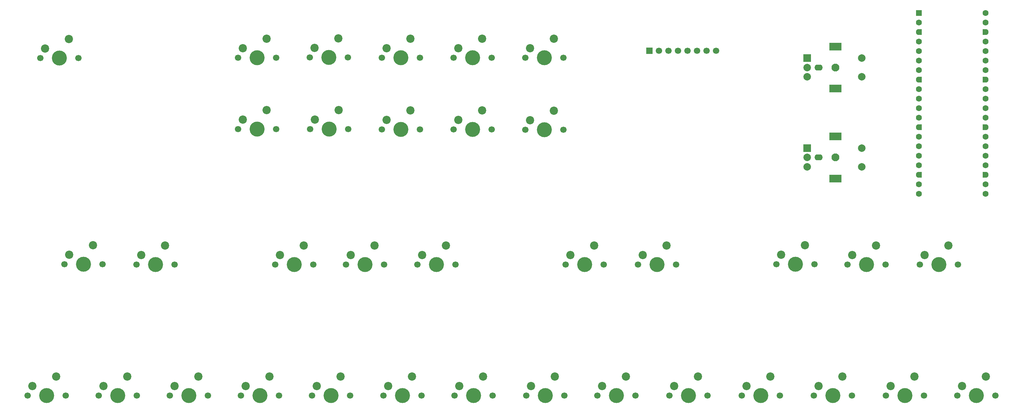
<source format=gbr>
%TF.GenerationSoftware,KiCad,Pcbnew,9.0.6+dfsg-1*%
%TF.CreationDate,2025-12-17T11:12:38+09:00*%
%TF.ProjectId,minimidi,6d696e69-6d69-4646-992e-6b696361645f,rev?*%
%TF.SameCoordinates,Original*%
%TF.FileFunction,Soldermask,Bot*%
%TF.FilePolarity,Negative*%
%FSLAX46Y46*%
G04 Gerber Fmt 4.6, Leading zero omitted, Abs format (unit mm)*
G04 Created by KiCad (PCBNEW 9.0.6+dfsg-1) date 2025-12-17 11:12:38*
%MOMM*%
%LPD*%
G01*
G04 APERTURE LIST*
G04 Aperture macros list*
%AMRoundRect*
0 Rectangle with rounded corners*
0 $1 Rounding radius*
0 $2 $3 $4 $5 $6 $7 $8 $9 X,Y pos of 4 corners*
0 Add a 4 corners polygon primitive as box body*
4,1,4,$2,$3,$4,$5,$6,$7,$8,$9,$2,$3,0*
0 Add four circle primitives for the rounded corners*
1,1,$1+$1,$2,$3*
1,1,$1+$1,$4,$5*
1,1,$1+$1,$6,$7*
1,1,$1+$1,$8,$9*
0 Add four rect primitives between the rounded corners*
20,1,$1+$1,$2,$3,$4,$5,0*
20,1,$1+$1,$4,$5,$6,$7,0*
20,1,$1+$1,$6,$7,$8,$9,0*
20,1,$1+$1,$8,$9,$2,$3,0*%
%AMFreePoly0*
4,1,37,0.603843,0.796157,0.639018,0.796157,0.711114,0.766294,0.766294,0.711114,0.796157,0.639018,0.796157,0.603843,0.800000,0.600000,0.800000,-0.600000,0.796157,-0.603843,0.796157,-0.639018,0.766294,-0.711114,0.711114,-0.766294,0.639018,-0.796157,0.603843,-0.796157,0.600000,-0.800000,0.000000,-0.800000,0.000000,-0.796148,-0.078414,-0.796148,-0.232228,-0.765552,-0.377117,-0.705537,
-0.507515,-0.618408,-0.618408,-0.507515,-0.705537,-0.377117,-0.765552,-0.232228,-0.796148,-0.078414,-0.796148,0.078414,-0.765552,0.232228,-0.705537,0.377117,-0.618408,0.507515,-0.507515,0.618408,-0.377117,0.705537,-0.232228,0.765552,-0.078414,0.796148,0.000000,0.796148,0.000000,0.800000,0.600000,0.800000,0.603843,0.796157,0.603843,0.796157,$1*%
%AMFreePoly1*
4,1,37,0.000000,0.796148,0.078414,0.796148,0.232228,0.765552,0.377117,0.705537,0.507515,0.618408,0.618408,0.507515,0.705537,0.377117,0.765552,0.232228,0.796148,0.078414,0.796148,-0.078414,0.765552,-0.232228,0.705537,-0.377117,0.618408,-0.507515,0.507515,-0.618408,0.377117,-0.705537,0.232228,-0.765552,0.078414,-0.796148,0.000000,-0.796148,0.000000,-0.800000,-0.600000,-0.800000,
-0.603843,-0.796157,-0.639018,-0.796157,-0.711114,-0.766294,-0.766294,-0.711114,-0.796157,-0.639018,-0.796157,-0.603843,-0.800000,-0.600000,-0.800000,0.600000,-0.796157,0.603843,-0.796157,0.639018,-0.766294,0.711114,-0.711114,0.766294,-0.639018,0.796157,-0.603843,0.796157,-0.600000,0.800000,0.000000,0.800000,0.000000,0.796148,0.000000,0.796148,$1*%
G04 Aperture macros list end*
%ADD10C,1.700000*%
%ADD11C,4.000000*%
%ADD12C,2.200000*%
%ADD13O,2.200000X1.600000*%
%ADD14C,2.100000*%
%ADD15R,2.000000X2.000000*%
%ADD16C,2.000000*%
%ADD17R,3.200000X2.000000*%
%ADD18R,1.700000X1.700000*%
%ADD19RoundRect,0.200000X-0.600000X-0.600000X0.600000X-0.600000X0.600000X0.600000X-0.600000X0.600000X0*%
%ADD20C,1.600000*%
%ADD21FreePoly0,0.000000*%
%ADD22FreePoly1,0.000000*%
G04 APERTURE END LIST*
D10*
%TO.C,SW28*%
X75685797Y-44364393D03*
D11*
X80765797Y-44364393D03*
D10*
X85845797Y-44364393D03*
D12*
X83305797Y-39284393D03*
X76955797Y-41824393D03*
%TD*%
D10*
%TO.C,SW33*%
X133120921Y-63521370D03*
D11*
X138200921Y-63521370D03*
D10*
X143280921Y-63521370D03*
D12*
X140740921Y-58441370D03*
X134390921Y-60981370D03*
%TD*%
D10*
%TO.C,SW24*%
X267540000Y-134540000D03*
D11*
X272620000Y-134540000D03*
D10*
X277700000Y-134540000D03*
D12*
X275160000Y-129460000D03*
X268810000Y-132000000D03*
%TD*%
D10*
%TO.C,SW13*%
X152500000Y-134580000D03*
D11*
X157580000Y-134580000D03*
D10*
X162660000Y-134580000D03*
D12*
X160120000Y-129500000D03*
X153770000Y-132040000D03*
%TD*%
D10*
%TO.C,SW32*%
X113980906Y-63517029D03*
D11*
X119060906Y-63517029D03*
D10*
X124140906Y-63517029D03*
D12*
X121600906Y-58437029D03*
X115250906Y-60977029D03*
%TD*%
D10*
%TO.C,SW12*%
X133420000Y-134540000D03*
D11*
X138500000Y-134540000D03*
D10*
X143580000Y-134540000D03*
D12*
X141040000Y-129460000D03*
X134690000Y-132000000D03*
%TD*%
D10*
%TO.C,SW31*%
X113976983Y-44365590D03*
D11*
X119056983Y-44365590D03*
D10*
X124136983Y-44365590D03*
D12*
X121596983Y-39285590D03*
X115246983Y-41825590D03*
%TD*%
D10*
%TO.C,SW19*%
X219230000Y-99500000D03*
D11*
X224310000Y-99500000D03*
D10*
X229390000Y-99500000D03*
D12*
X226850000Y-94420000D03*
X220500000Y-96960000D03*
%TD*%
D13*
%TO.C,SW25*%
X230500000Y-47000000D03*
D14*
X235000000Y-47000000D03*
D15*
X227500000Y-44500000D03*
D16*
X227500000Y-49500000D03*
X227500000Y-47000000D03*
D17*
X235000000Y-41400000D03*
X235000000Y-52600000D03*
D16*
X242000000Y-49500000D03*
X242000000Y-44500000D03*
%TD*%
D10*
%TO.C,SW20*%
X229230000Y-134580000D03*
D11*
X234310000Y-134580000D03*
D10*
X239390000Y-134580000D03*
D12*
X236850000Y-129500000D03*
X230500000Y-132040000D03*
%TD*%
D10*
%TO.C,SW30*%
X94827134Y-44334653D03*
D11*
X99907134Y-44334653D03*
D10*
X104987134Y-44334653D03*
D12*
X102447134Y-39254653D03*
X96097134Y-41794653D03*
%TD*%
D18*
%TO.C,J1*%
X185340000Y-42500000D03*
D10*
X187880000Y-42500000D03*
X190420000Y-42500000D03*
X192960000Y-42500000D03*
X195500000Y-42500000D03*
X198040000Y-42500000D03*
X200580000Y-42500000D03*
X203120000Y-42500000D03*
%TD*%
%TO.C,SW23*%
X257540000Y-99540000D03*
D11*
X262620000Y-99540000D03*
D10*
X267700000Y-99540000D03*
D12*
X265160000Y-94460000D03*
X258810000Y-97000000D03*
%TD*%
D10*
%TO.C,SW16*%
X182350000Y-99580000D03*
D11*
X187430000Y-99580000D03*
D10*
X192510000Y-99580000D03*
D12*
X189970000Y-94500000D03*
X183620000Y-97040000D03*
%TD*%
D10*
%TO.C,SW17*%
X190730000Y-134580000D03*
D11*
X195810000Y-134580000D03*
D10*
X200890000Y-134580000D03*
D12*
X198350000Y-129500000D03*
X192000000Y-132040000D03*
%TD*%
D10*
%TO.C,SW6*%
X19500000Y-134540000D03*
D11*
X24580000Y-134540000D03*
D10*
X29660000Y-134540000D03*
D12*
X27120000Y-129460000D03*
X20770000Y-132000000D03*
%TD*%
D10*
%TO.C,SW21*%
X238230000Y-99540000D03*
D11*
X243310000Y-99540000D03*
D10*
X248390000Y-99540000D03*
D12*
X245850000Y-94460000D03*
X239500000Y-97000000D03*
%TD*%
D10*
%TO.C,SW27*%
X75650000Y-63460000D03*
D11*
X80730000Y-63460000D03*
D10*
X85810000Y-63460000D03*
D12*
X83270000Y-58380000D03*
X76920000Y-60920000D03*
%TD*%
D13*
%TO.C,SW26*%
X230500000Y-71000000D03*
D14*
X235000000Y-71000000D03*
D15*
X227500000Y-68500000D03*
D16*
X227500000Y-73500000D03*
X227500000Y-71000000D03*
D17*
X235000000Y-65400000D03*
X235000000Y-76600000D03*
D16*
X242000000Y-73500000D03*
X242000000Y-68500000D03*
%TD*%
D10*
%TO.C,SW10*%
X95350000Y-134580000D03*
D11*
X100430000Y-134580000D03*
D10*
X105510000Y-134580000D03*
D12*
X102970000Y-129500000D03*
X96620000Y-132040000D03*
%TD*%
D10*
%TO.C,SW3*%
X85540000Y-99540000D03*
D11*
X90620000Y-99540000D03*
D10*
X95700000Y-99540000D03*
D12*
X93160000Y-94460000D03*
X86810000Y-97000000D03*
%TD*%
D10*
%TO.C,SW34*%
X133122481Y-44388807D03*
D11*
X138202481Y-44388807D03*
D10*
X143282481Y-44388807D03*
D12*
X140742481Y-39308807D03*
X134392481Y-41848807D03*
%TD*%
D10*
%TO.C,SW14*%
X163000000Y-99620000D03*
D11*
X168080000Y-99620000D03*
D10*
X173160000Y-99620000D03*
D12*
X170620000Y-94540000D03*
X164270000Y-97080000D03*
%TD*%
D10*
%TO.C,SW11*%
X114420000Y-134540000D03*
D11*
X119500000Y-134540000D03*
D10*
X124580000Y-134540000D03*
D12*
X122040000Y-129460000D03*
X115690000Y-132000000D03*
%TD*%
D10*
%TO.C,SW36*%
X152269619Y-63559177D03*
D11*
X157349619Y-63559177D03*
D10*
X162429619Y-63559177D03*
D12*
X159889619Y-58479177D03*
X153539619Y-61019177D03*
%TD*%
D10*
%TO.C,SW18*%
X210000000Y-134580000D03*
D11*
X215080000Y-134580000D03*
D10*
X220160000Y-134580000D03*
D12*
X217620000Y-129500000D03*
X211270000Y-132040000D03*
%TD*%
D10*
%TO.C,SW35*%
X22920000Y-44500000D03*
D11*
X28000000Y-44500000D03*
D10*
X33080000Y-44500000D03*
D12*
X30540000Y-39420000D03*
X24190000Y-41960000D03*
%TD*%
D19*
%TO.C,A1*%
X257220000Y-32400000D03*
D20*
X257220000Y-34940000D03*
D21*
X257220000Y-37480000D03*
D20*
X257220000Y-40020000D03*
X257220000Y-42560000D03*
X257220000Y-45100000D03*
X257220000Y-47640000D03*
D21*
X257220000Y-50180000D03*
D20*
X257220000Y-52720000D03*
X257220000Y-55260000D03*
X257220000Y-57800000D03*
X257220000Y-60340000D03*
D21*
X257220000Y-62880000D03*
D20*
X257220000Y-65420000D03*
X257220000Y-67960000D03*
X257220000Y-70500000D03*
X257220000Y-73040000D03*
D21*
X257220000Y-75580000D03*
D20*
X257220000Y-78120000D03*
X257220000Y-80660000D03*
X275000000Y-80660000D03*
X275000000Y-78120000D03*
D22*
X275000000Y-75580000D03*
D20*
X275000000Y-73040000D03*
X275000000Y-70500000D03*
X275000000Y-67960000D03*
X275000000Y-65420000D03*
D22*
X275000000Y-62880000D03*
D20*
X275000000Y-60340000D03*
X275000000Y-57800000D03*
X275000000Y-55260000D03*
X275000000Y-52720000D03*
D22*
X275000000Y-50180000D03*
D20*
X275000000Y-47640000D03*
X275000000Y-45100000D03*
X275000000Y-42560000D03*
X275000000Y-40020000D03*
D22*
X275000000Y-37480000D03*
D20*
X275000000Y-34940000D03*
X275000000Y-32400000D03*
%TD*%
D10*
%TO.C,SW1*%
X29340000Y-99500000D03*
D11*
X34420000Y-99500000D03*
D10*
X39500000Y-99500000D03*
D12*
X36960000Y-94420000D03*
X30610000Y-96960000D03*
%TD*%
D10*
%TO.C,SW8*%
X57420000Y-134540000D03*
D11*
X62500000Y-134540000D03*
D10*
X67580000Y-134540000D03*
D12*
X65040000Y-129460000D03*
X58690000Y-132000000D03*
%TD*%
D10*
%TO.C,SW9*%
X76420000Y-134540000D03*
D11*
X81500000Y-134540000D03*
D10*
X86580000Y-134540000D03*
D12*
X84040000Y-129460000D03*
X77690000Y-132000000D03*
%TD*%
D10*
%TO.C,SW15*%
X171500000Y-134580000D03*
D11*
X176580000Y-134580000D03*
D10*
X181660000Y-134580000D03*
D12*
X179120000Y-129500000D03*
X172770000Y-132040000D03*
%TD*%
D10*
%TO.C,SW7*%
X38500000Y-134540000D03*
D11*
X43580000Y-134540000D03*
D10*
X48660000Y-134540000D03*
D12*
X46120000Y-129460000D03*
X39770000Y-132000000D03*
%TD*%
D10*
%TO.C,SW22*%
X248420000Y-134580000D03*
D11*
X253500000Y-134580000D03*
D10*
X258580000Y-134580000D03*
D12*
X256040000Y-129500000D03*
X249690000Y-132040000D03*
%TD*%
D10*
%TO.C,SW5*%
X123460000Y-99540000D03*
D11*
X128540000Y-99540000D03*
D10*
X133620000Y-99540000D03*
D12*
X131080000Y-94460000D03*
X124730000Y-97000000D03*
%TD*%
D10*
%TO.C,SW37*%
X152254967Y-44409948D03*
D11*
X157334967Y-44409948D03*
D10*
X162414967Y-44409948D03*
D12*
X159874967Y-39329948D03*
X153524967Y-41869948D03*
%TD*%
D10*
%TO.C,SW4*%
X104460000Y-99540000D03*
D11*
X109540000Y-99540000D03*
D10*
X114620000Y-99540000D03*
D12*
X112080000Y-94460000D03*
X105730000Y-97000000D03*
%TD*%
D10*
%TO.C,SW2*%
X48540000Y-99540000D03*
D11*
X53620000Y-99540000D03*
D10*
X58700000Y-99540000D03*
D12*
X56160000Y-94460000D03*
X49810000Y-97000000D03*
%TD*%
D10*
%TO.C,SW29*%
X94839626Y-63463737D03*
D11*
X99919626Y-63463737D03*
D10*
X104999626Y-63463737D03*
D12*
X102459626Y-58383737D03*
X96109626Y-60923737D03*
%TD*%
M02*

</source>
